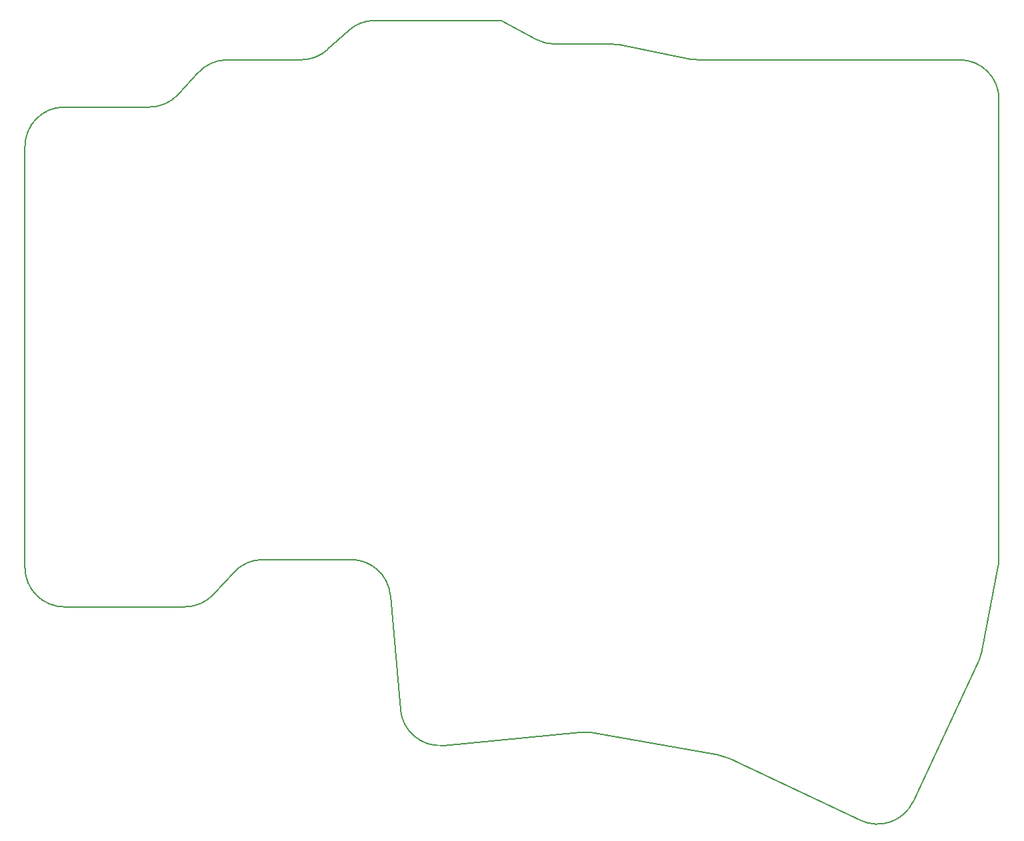
<source format=gbr>
%TF.GenerationSoftware,KiCad,Pcbnew,8.0.1*%
%TF.CreationDate,2024-03-26T11:55:02+01:00*%
%TF.ProjectId,main_board,6d61696e-5f62-46f6-9172-642e6b696361,v1.0.0*%
%TF.SameCoordinates,Original*%
%TF.FileFunction,Profile,NP*%
%FSLAX46Y46*%
G04 Gerber Fmt 4.6, Leading zero omitted, Abs format (unit mm)*
G04 Created by KiCad (PCBNEW 8.0.1) date 2024-03-26 11:55:02*
%MOMM*%
%LPD*%
G01*
G04 APERTURE LIST*
%TA.AperFunction,Profile*%
%ADD10C,0.150000*%
%TD*%
G04 APERTURE END LIST*
D10*
X290294706Y-124721240D02*
G75*
G02*
X283629930Y-127130165I-4531506J2113140D01*
G01*
X223904961Y-98557461D02*
X225194312Y-113067931D01*
X177500000Y-41500000D02*
X177500000Y-95000000D01*
X252004902Y-28500000D02*
X244774970Y-28500000D01*
X262995097Y-30500000D02*
G75*
G02*
X262014517Y-30402901I3J4999900D01*
G01*
X215930329Y-29199699D02*
G75*
G02*
X212566966Y-30499976I-3363329J3699699D01*
G01*
X218569671Y-26800301D02*
G75*
G02*
X221933034Y-25500024I3363329J-3699699D01*
G01*
X207699509Y-94000000D02*
X218924583Y-94000000D01*
X199513738Y-32121377D02*
G75*
G02*
X203199509Y-30500007I3685762J-3378623D01*
G01*
X244774970Y-28500000D02*
G75*
G02*
X242380717Y-27889466I30J5000000D01*
G01*
X262014517Y-30402903D02*
X252985483Y-28597097D01*
X230656540Y-117602120D02*
G75*
G02*
X225194331Y-113067929I-481840J4976720D01*
G01*
X266972659Y-119272256D02*
X283629902Y-127130225D01*
X218569670Y-26800300D02*
X215930330Y-29199700D01*
X196986262Y-34878623D02*
G75*
G02*
X193300491Y-36499993I-3685762J3378623D01*
G01*
X296200000Y-30500000D02*
X262995098Y-30500000D01*
X290294707Y-124721241D02*
X298679862Y-106739218D01*
X247961883Y-115926607D02*
G75*
G02*
X249311972Y-115979305I481817J-4976693D01*
G01*
X242380710Y-27889478D02*
X238000000Y-25500000D01*
X301200000Y-93541180D02*
X301200000Y-35500000D01*
X212566966Y-30500000D02*
X203199509Y-30500000D01*
X204013738Y-95621377D02*
G75*
G02*
X207699509Y-94000007I3685762J-3378623D01*
G01*
X249311974Y-115979296D02*
X265707633Y-118870293D01*
X182500000Y-100000000D02*
X197800491Y-100000000D01*
X265707634Y-118870293D02*
G75*
G02*
X266972656Y-119272263I-868234J-4923907D01*
G01*
X301200000Y-93541179D02*
G75*
G02*
X301116502Y-94451159I-5000100J-21D01*
G01*
X299064819Y-105536105D02*
G75*
G02*
X298679857Y-106739216I-4916519J910005D01*
G01*
X230656539Y-117602119D02*
X247961884Y-115926607D01*
X296200000Y-30500000D02*
G75*
G02*
X301200000Y-35500000I0J-5000000D01*
G01*
X193300491Y-36500000D02*
X182500000Y-36500000D01*
X201486262Y-98378623D02*
G75*
G02*
X197800491Y-99999993I-3685762J3378623D01*
G01*
X177500000Y-41500000D02*
G75*
G02*
X182500000Y-36500000I5000000J0D01*
G01*
X238000000Y-25500000D02*
X221933034Y-25500000D01*
X218924584Y-93999999D02*
G75*
G02*
X223904978Y-98557459I16J-5000001D01*
G01*
X201486262Y-98378623D02*
X204013738Y-95621377D01*
X199513738Y-32121377D02*
X196986262Y-34878623D01*
X182500000Y-100000000D02*
G75*
G02*
X177500000Y-95000000I0J5000000D01*
G01*
X299064819Y-105536105D02*
X301116497Y-94451158D01*
X252004903Y-28500000D02*
G75*
G02*
X252985483Y-28597099I-3J-4999900D01*
G01*
M02*

</source>
